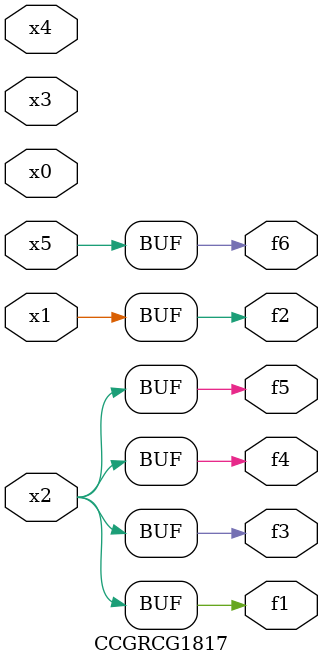
<source format=v>
module CCGRCG1817(
	input x0, x1, x2, x3, x4, x5,
	output f1, f2, f3, f4, f5, f6
);
	assign f1 = x2;
	assign f2 = x1;
	assign f3 = x2;
	assign f4 = x2;
	assign f5 = x2;
	assign f6 = x5;
endmodule

</source>
